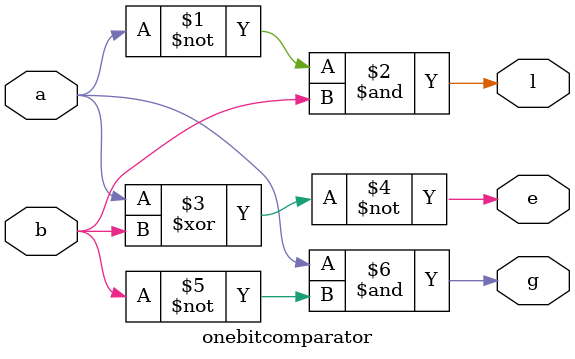
<source format=v>
module onebitcomparator(output l,e,g, input a,b);
	assign l=~a&b;
	assign e=~(a^b);
	assign g=a&~b;
endmodule 
</source>
